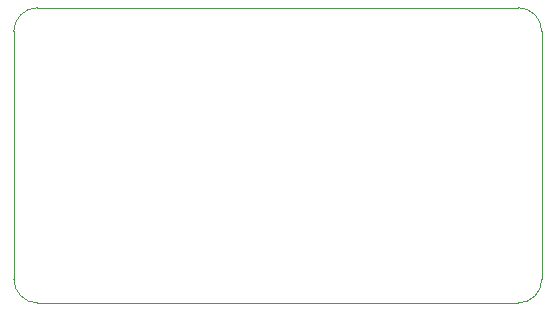
<source format=gbr>
%TF.GenerationSoftware,KiCad,Pcbnew,(5.99.0-7653-g7b9c21e290)*%
%TF.CreationDate,2021-01-21T05:12:34-07:00*%
%TF.ProjectId,buttonNRF24Board,62757474-6f6e-44e5-9246-3234426f6172,rev?*%
%TF.SameCoordinates,Original*%
%TF.FileFunction,Profile,NP*%
%FSLAX46Y46*%
G04 Gerber Fmt 4.6, Leading zero omitted, Abs format (unit mm)*
G04 Created by KiCad (PCBNEW (5.99.0-7653-g7b9c21e290)) date 2021-01-21 05:12:34*
%MOMM*%
%LPD*%
G01*
G04 APERTURE LIST*
%TA.AperFunction,Profile*%
%ADD10C,0.100000*%
%TD*%
G04 APERTURE END LIST*
D10*
X40000000Y-112985786D02*
G75*
G03*
X42000000Y-114985786I2000000J0D01*
G01*
X40000000Y-112985786D02*
X40000000Y-92000000D01*
X82700000Y-90000000D02*
G75*
G02*
X84700000Y-92000000I0J-2000000D01*
G01*
X82700000Y-115000000D02*
G75*
G03*
X84700000Y-113000000I0J2000000D01*
G01*
X42000000Y-90000000D02*
X82700000Y-90000000D01*
X42000000Y-90000000D02*
G75*
G03*
X40000000Y-92000000I0J-2000000D01*
G01*
X84700000Y-92000000D02*
X84700000Y-113000000D01*
X82700000Y-115000000D02*
X42000000Y-114985786D01*
M02*

</source>
